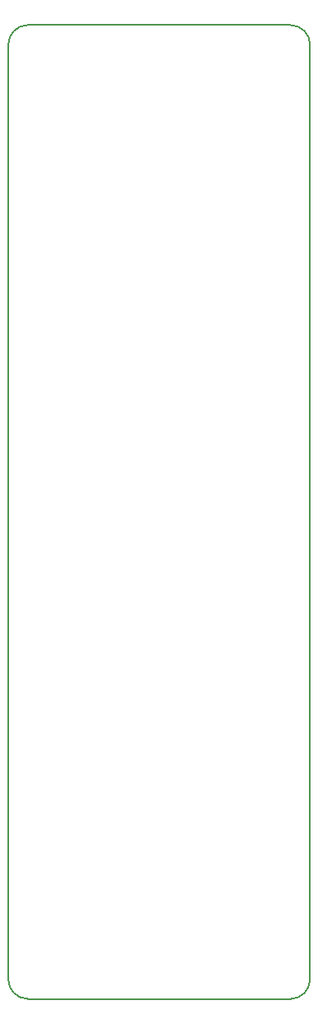
<source format=gko>
G04 #@! TF.FileFunction,Profile,NP*
%FSLAX46Y46*%
G04 Gerber Fmt 4.6, Leading zero omitted, Abs format (unit mm)*
G04 Created by KiCad (PCBNEW 4.0.6) date 06/30/20 08:24:00*
%MOMM*%
%LPD*%
G01*
G04 APERTURE LIST*
%ADD10C,0.100000*%
%ADD11C,0.150000*%
G04 APERTURE END LIST*
D10*
D11*
X40274000Y-38219000D02*
X40274000Y-134219000D01*
X69274000Y-36219000D02*
X42274000Y-36219000D01*
X71274000Y-134219000D02*
X71274000Y-38219000D01*
X42274000Y-136219000D02*
X69274000Y-136219000D01*
X40274000Y-134219000D02*
G75*
G03X42274000Y-136219000I2000000J0D01*
G01*
X69274000Y-136219000D02*
G75*
G03X71274000Y-134219000I0J2000000D01*
G01*
X71274000Y-38219000D02*
G75*
G03X69274000Y-36219000I-2000000J0D01*
G01*
X42274000Y-36219000D02*
G75*
G03X40274000Y-38219000I0J-2000000D01*
G01*
M02*

</source>
